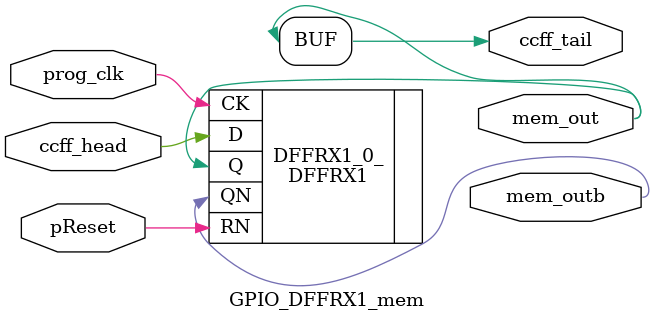
<source format=v>
`default_nettype none

module mux_tree_tapbuf_size4_mem(pReset,
                                 prog_clk,
                                 ccff_head,
                                 ccff_tail,
                                 mem_out,
                                 mem_outb);
//----- GLOBAL PORTS -----
input [0:0] pReset;
//----- GLOBAL PORTS -----
input [0:0] prog_clk;
//----- INPUT PORTS -----
input [0:0] ccff_head;
//----- OUTPUT PORTS -----
output [0:0] ccff_tail;
//----- OUTPUT PORTS -----
output [0:2] mem_out;
//----- OUTPUT PORTS -----
output [0:2] mem_outb;

//----- BEGIN wire-connection ports -----
//----- END wire-connection ports -----


//----- BEGIN Registered ports -----
//----- END Registered ports -----



// ----- BEGIN Local short connections -----
// ----- END Local short connections -----
// ----- BEGIN Local output short connections -----
	assign ccff_tail[0] = mem_out[2];
// ----- END Local output short connections -----

	DFFRX1 DFFRX1_0_ (
		.RN(pReset),
		.CK(prog_clk),
		.D(ccff_head),
		.Q(mem_out[0]),
		.QN(mem_outb[0]));

	DFFRX1 DFFRX1_1_ (
		.RN(pReset),
		.CK(prog_clk),
		.D(mem_out[0]),
		.Q(mem_out[1]),
		.QN(mem_outb[1]));

	DFFRX1 DFFRX1_2_ (
		.RN(pReset),
		.CK(prog_clk),
		.D(mem_out[1]),
		.Q(mem_out[2]),
		.QN(mem_outb[2]));

endmodule
// ----- END Verilog module for mux_tree_tapbuf_size4_mem -----

//----- Default net type -----
`default_nettype wire




//----- Default net type -----
`default_nettype none

// ----- Verilog module for mux_tree_tapbuf_size2_mem -----
module mux_tree_tapbuf_size2_mem(pReset,
                                 prog_clk,
                                 ccff_head,
                                 ccff_tail,
                                 mem_out,
                                 mem_outb);
//----- GLOBAL PORTS -----
input [0:0] pReset;
//----- GLOBAL PORTS -----
input [0:0] prog_clk;
//----- INPUT PORTS -----
input [0:0] ccff_head;
//----- OUTPUT PORTS -----
output [0:0] ccff_tail;
//----- OUTPUT PORTS -----
output [0:1] mem_out;
//----- OUTPUT PORTS -----
output [0:1] mem_outb;

//----- BEGIN wire-connection ports -----
//----- END wire-connection ports -----


//----- BEGIN Registered ports -----
//----- END Registered ports -----



// ----- BEGIN Local short connections -----
// ----- END Local short connections -----
// ----- BEGIN Local output short connections -----
	assign ccff_tail[0] = mem_out[1];
// ----- END Local output short connections -----

	DFFRX1 DFFRX1_0_ (
		.RN(pReset),
		.CK(prog_clk),
		.D(ccff_head),
		.Q(mem_out[0]),
		.QN(mem_outb[0]));

	DFFRX1 DFFRX1_1_ (
		.RN(pReset),
		.CK(prog_clk),
		.D(mem_out[0]),
		.Q(mem_out[1]),
		.QN(mem_outb[1]));

endmodule
// ----- END Verilog module for mux_tree_tapbuf_size2_mem -----

//----- Default net type -----
`default_nettype wire




//----- Default net type -----
`default_nettype none

// ----- Verilog module for mux_tree_tapbuf_size3_mem -----
module mux_tree_tapbuf_size3_mem(pReset,
                                 prog_clk,
                                 ccff_head,
                                 ccff_tail,
                                 mem_out,
                                 mem_outb);
//----- GLOBAL PORTS -----
input [0:0] pReset;
//----- GLOBAL PORTS -----
input [0:0] prog_clk;
//----- INPUT PORTS -----
input [0:0] ccff_head;
//----- OUTPUT PORTS -----
output [0:0] ccff_tail;
//----- OUTPUT PORTS -----
output [0:1] mem_out;
//----- OUTPUT PORTS -----
output [0:1] mem_outb;

//----- BEGIN wire-connection ports -----
//----- END wire-connection ports -----


//----- BEGIN Registered ports -----
//----- END Registered ports -----



// ----- BEGIN Local short connections -----
// ----- END Local short connections -----
// ----- BEGIN Local output short connections -----
	assign ccff_tail[0] = mem_out[1];
// ----- END Local output short connections -----

	DFFRX1 DFFRX1_0_ (
		.RN(pReset),
		.CK(prog_clk),
		.D(ccff_head),
		.Q(mem_out[0]),
		.QN(mem_outb[0]));

	DFFRX1 DFFRX1_1_ (
		.RN(pReset),
		.CK(prog_clk),
		.D(mem_out[0]),
		.Q(mem_out[1]),
		.QN(mem_outb[1]));

endmodule
// ----- END Verilog module for mux_tree_tapbuf_size3_mem -----

//----- Default net type -----
`default_nettype wire




//----- Default net type -----
`default_nettype none

// ----- Verilog module for mux_tree_size60_mem -----
module mux_tree_size60_mem(pReset,
                           prog_clk,
                           ccff_head,
                           ccff_tail,
                           mem_out,
                           mem_outb);
//----- GLOBAL PORTS -----
input [0:0] pReset;
//----- GLOBAL PORTS -----
input [0:0] prog_clk;
//----- INPUT PORTS -----
input [0:0] ccff_head;
//----- OUTPUT PORTS -----
output [0:0] ccff_tail;
//----- OUTPUT PORTS -----
output [0:5] mem_out;
//----- OUTPUT PORTS -----
output [0:5] mem_outb;

//----- BEGIN wire-connection ports -----
//----- END wire-connection ports -----


//----- BEGIN Registered ports -----
//----- END Registered ports -----



// ----- BEGIN Local short connections -----
// ----- END Local short connections -----
// ----- BEGIN Local output short connections -----
	assign ccff_tail[0] = mem_out[5];
// ----- END Local output short connections -----

	DFFRX1 DFFRX1_0_ (
		.RN(pReset),
		.CK(prog_clk),
		.D(ccff_head),
		.Q(mem_out[0]),
		.QN(mem_outb[0]));

	DFFRX1 DFFRX1_1_ (
		.RN(pReset),
		.CK(prog_clk),
		.D(mem_out[0]),
		.Q(mem_out[1]),
		.QN(mem_outb[1]));

	DFFRX1 DFFRX1_2_ (
		.RN(pReset),
		.CK(prog_clk),
		.D(mem_out[1]),
		.Q(mem_out[2]),
		.QN(mem_outb[2]));

	DFFRX1 DFFRX1_3_ (
		.RN(pReset),
		.CK(prog_clk),
		.D(mem_out[2]),
		.Q(mem_out[3]),
		.QN(mem_outb[3]));

	DFFRX1 DFFRX1_4_ (
		.RN(pReset),
		.CK(prog_clk),
		.D(mem_out[3]),
		.Q(mem_out[4]),
		.QN(mem_outb[4]));

	DFFRX1 DFFRX1_5_ (
		.RN(pReset),
		.CK(prog_clk),
		.D(mem_out[4]),
		.Q(mem_out[5]),
		.QN(mem_outb[5]));

endmodule
// ----- END Verilog module for mux_tree_size60_mem -----

//----- Default net type -----
`default_nettype wire




//----- Default net type -----
`default_nettype none

// ----- Verilog module for mux_tree_size2_mem -----
module mux_tree_size2_mem(pReset,
                          prog_clk,
                          ccff_head,
                          ccff_tail,
                          mem_out,
                          mem_outb);
//----- GLOBAL PORTS -----
input [0:0] pReset;
//----- GLOBAL PORTS -----
input [0:0] prog_clk;
//----- INPUT PORTS -----
input [0:0] ccff_head;
//----- OUTPUT PORTS -----
output [0:0] ccff_tail;
//----- OUTPUT PORTS -----
output [0:1] mem_out;
//----- OUTPUT PORTS -----
output [0:1] mem_outb;

//----- BEGIN wire-connection ports -----
//----- END wire-connection ports -----


//----- BEGIN Registered ports -----
//----- END Registered ports -----



// ----- BEGIN Local short connections -----
// ----- END Local short connections -----
// ----- BEGIN Local output short connections -----
	assign ccff_tail[0] = mem_out[1];
// ----- END Local output short connections -----

	DFFRX1 DFFRX1_0_ (
		.RN(pReset),
		.CK(prog_clk),
		.D(ccff_head),
		.Q(mem_out[0]),
		.QN(mem_outb[0]));

	DFFRX1 DFFRX1_1_ (
		.RN(pReset),
		.CK(prog_clk),
		.D(mem_out[0]),
		.Q(mem_out[1]),
		.QN(mem_outb[1]));

endmodule
// ----- END Verilog module for mux_tree_size2_mem -----

//----- Default net type -----
`default_nettype wire




//----- Default net type -----
`default_nettype none

// ----- Verilog module for frac_lut6_DFFRX1_mem -----
module frac_lut6_DFFRX1_mem(pReset,
                            prog_clk,
                            ccff_head,
                            ccff_tail,
                            mem_out,
                            mem_outb);
//----- GLOBAL PORTS -----
input [0:0] pReset;
//----- GLOBAL PORTS -----
input [0:0] prog_clk;
//----- INPUT PORTS -----
input [0:0] ccff_head;
//----- OUTPUT PORTS -----
output [0:0] ccff_tail;
//----- OUTPUT PORTS -----
output [0:64] mem_out;
//----- OUTPUT PORTS -----
output [0:64] mem_outb;

//----- BEGIN wire-connection ports -----
//----- END wire-connection ports -----


//----- BEGIN Registered ports -----
//----- END Registered ports -----



// ----- BEGIN Local short connections -----
// ----- END Local short connections -----
// ----- BEGIN Local output short connections -----
	assign ccff_tail[0] = mem_out[64];
// ----- END Local output short connections -----

	DFFRX1 DFFRX1_0_ (
		.RN(pReset),
		.CK(prog_clk),
		.D(ccff_head),
		.Q(mem_out[0]),
		.QN(mem_outb[0]));

	DFFRX1 DFFRX1_1_ (
		.RN(pReset),
		.CK(prog_clk),
		.D(mem_out[0]),
		.Q(mem_out[1]),
		.QN(mem_outb[1]));

	DFFRX1 DFFRX1_2_ (
		.RN(pReset),
		.CK(prog_clk),
		.D(mem_out[1]),
		.Q(mem_out[2]),
		.QN(mem_outb[2]));

	DFFRX1 DFFRX1_3_ (
		.RN(pReset),
		.CK(prog_clk),
		.D(mem_out[2]),
		.Q(mem_out[3]),
		.QN(mem_outb[3]));

	DFFRX1 DFFRX1_4_ (
		.RN(pReset),
		.CK(prog_clk),
		.D(mem_out[3]),
		.Q(mem_out[4]),
		.QN(mem_outb[4]));

	DFFRX1 DFFRX1_5_ (
		.RN(pReset),
		.CK(prog_clk),
		.D(mem_out[4]),
		.Q(mem_out[5]),
		.QN(mem_outb[5]));

	DFFRX1 DFFRX1_6_ (
		.RN(pReset),
		.CK(prog_clk),
		.D(mem_out[5]),
		.Q(mem_out[6]),
		.QN(mem_outb[6]));

	DFFRX1 DFFRX1_7_ (
		.RN(pReset),
		.CK(prog_clk),
		.D(mem_out[6]),
		.Q(mem_out[7]),
		.QN(mem_outb[7]));

	DFFRX1 DFFRX1_8_ (
		.RN(pReset),
		.CK(prog_clk),
		.D(mem_out[7]),
		.Q(mem_out[8]),
		.QN(mem_outb[8]));

	DFFRX1 DFFRX1_9_ (
		.RN(pReset),
		.CK(prog_clk),
		.D(mem_out[8]),
		.Q(mem_out[9]),
		.QN(mem_outb[9]));

	DFFRX1 DFFRX1_10_ (
		.RN(pReset),
		.CK(prog_clk),
		.D(mem_out[9]),
		.Q(mem_out[10]),
		.QN(mem_outb[10]));

	DFFRX1 DFFRX1_11_ (
		.RN(pReset),
		.CK(prog_clk),
		.D(mem_out[10]),
		.Q(mem_out[11]),
		.QN(mem_outb[11]));

	DFFRX1 DFFRX1_12_ (
		.RN(pReset),
		.CK(prog_clk),
		.D(mem_out[11]),
		.Q(mem_out[12]),
		.QN(mem_outb[12]));

	DFFRX1 DFFRX1_13_ (
		.RN(pReset),
		.CK(prog_clk),
		.D(mem_out[12]),
		.Q(mem_out[13]),
		.QN(mem_outb[13]));

	DFFRX1 DFFRX1_14_ (
		.RN(pReset),
		.CK(prog_clk),
		.D(mem_out[13]),
		.Q(mem_out[14]),
		.QN(mem_outb[14]));

	DFFRX1 DFFRX1_15_ (
		.RN(pReset),
		.CK(prog_clk),
		.D(mem_out[14]),
		.Q(mem_out[15]),
		.QN(mem_outb[15]));

	DFFRX1 DFFRX1_16_ (
		.RN(pReset),
		.CK(prog_clk),
		.D(mem_out[15]),
		.Q(mem_out[16]),
		.QN(mem_outb[16]));

	DFFRX1 DFFRX1_17_ (
		.RN(pReset),
		.CK(prog_clk),
		.D(mem_out[16]),
		.Q(mem_out[17]),
		.QN(mem_outb[17]));

	DFFRX1 DFFRX1_18_ (
		.RN(pReset),
		.CK(prog_clk),
		.D(mem_out[17]),
		.Q(mem_out[18]),
		.QN(mem_outb[18]));

	DFFRX1 DFFRX1_19_ (
		.RN(pReset),
		.CK(prog_clk),
		.D(mem_out[18]),
		.Q(mem_out[19]),
		.QN(mem_outb[19]));

	DFFRX1 DFFRX1_20_ (
		.RN(pReset),
		.CK(prog_clk),
		.D(mem_out[19]),
		.Q(mem_out[20]),
		.QN(mem_outb[20]));

	DFFRX1 DFFRX1_21_ (
		.RN(pReset),
		.CK(prog_clk),
		.D(mem_out[20]),
		.Q(mem_out[21]),
		.QN(mem_outb[21]));

	DFFRX1 DFFRX1_22_ (
		.RN(pReset),
		.CK(prog_clk),
		.D(mem_out[21]),
		.Q(mem_out[22]),
		.QN(mem_outb[22]));

	DFFRX1 DFFRX1_23_ (
		.RN(pReset),
		.CK(prog_clk),
		.D(mem_out[22]),
		.Q(mem_out[23]),
		.QN(mem_outb[23]));

	DFFRX1 DFFRX1_24_ (
		.RN(pReset),
		.CK(prog_clk),
		.D(mem_out[23]),
		.Q(mem_out[24]),
		.QN(mem_outb[24]));

	DFFRX1 DFFRX1_25_ (
		.RN(pReset),
		.CK(prog_clk),
		.D(mem_out[24]),
		.Q(mem_out[25]),
		.QN(mem_outb[25]));

	DFFRX1 DFFRX1_26_ (
		.RN(pReset),
		.CK(prog_clk),
		.D(mem_out[25]),
		.Q(mem_out[26]),
		.QN(mem_outb[26]));

	DFFRX1 DFFRX1_27_ (
		.RN(pReset),
		.CK(prog_clk),
		.D(mem_out[26]),
		.Q(mem_out[27]),
		.QN(mem_outb[27]));

	DFFRX1 DFFRX1_28_ (
		.RN(pReset),
		.CK(prog_clk),
		.D(mem_out[27]),
		.Q(mem_out[28]),
		.QN(mem_outb[28]));

	DFFRX1 DFFRX1_29_ (
		.RN(pReset),
		.CK(prog_clk),
		.D(mem_out[28]),
		.Q(mem_out[29]),
		.QN(mem_outb[29]));

	DFFRX1 DFFRX1_30_ (
		.RN(pReset),
		.CK(prog_clk),
		.D(mem_out[29]),
		.Q(mem_out[30]),
		.QN(mem_outb[30]));

	DFFRX1 DFFRX1_31_ (
		.RN(pReset),
		.CK(prog_clk),
		.D(mem_out[30]),
		.Q(mem_out[31]),
		.QN(mem_outb[31]));

	DFFRX1 DFFRX1_32_ (
		.RN(pReset),
		.CK(prog_clk),
		.D(mem_out[31]),
		.Q(mem_out[32]),
		.QN(mem_outb[32]));

	DFFRX1 DFFRX1_33_ (
		.RN(pReset),
		.CK(prog_clk),
		.D(mem_out[32]),
		.Q(mem_out[33]),
		.QN(mem_outb[33]));

	DFFRX1 DFFRX1_34_ (
		.RN(pReset),
		.CK(prog_clk),
		.D(mem_out[33]),
		.Q(mem_out[34]),
		.QN(mem_outb[34]));

	DFFRX1 DFFRX1_35_ (
		.RN(pReset),
		.CK(prog_clk),
		.D(mem_out[34]),
		.Q(mem_out[35]),
		.QN(mem_outb[35]));

	DFFRX1 DFFRX1_36_ (
		.RN(pReset),
		.CK(prog_clk),
		.D(mem_out[35]),
		.Q(mem_out[36]),
		.QN(mem_outb[36]));

	DFFRX1 DFFRX1_37_ (
		.RN(pReset),
		.CK(prog_clk),
		.D(mem_out[36]),
		.Q(mem_out[37]),
		.QN(mem_outb[37]));

	DFFRX1 DFFRX1_38_ (
		.RN(pReset),
		.CK(prog_clk),
		.D(mem_out[37]),
		.Q(mem_out[38]),
		.QN(mem_outb[38]));

	DFFRX1 DFFRX1_39_ (
		.RN(pReset),
		.CK(prog_clk),
		.D(mem_out[38]),
		.Q(mem_out[39]),
		.QN(mem_outb[39]));

	DFFRX1 DFFRX1_40_ (
		.RN(pReset),
		.CK(prog_clk),
		.D(mem_out[39]),
		.Q(mem_out[40]),
		.QN(mem_outb[40]));

	DFFRX1 DFFRX1_41_ (
		.RN(pReset),
		.CK(prog_clk),
		.D(mem_out[40]),
		.Q(mem_out[41]),
		.QN(mem_outb[41]));

	DFFRX1 DFFRX1_42_ (
		.RN(pReset),
		.CK(prog_clk),
		.D(mem_out[41]),
		.Q(mem_out[42]),
		.QN(mem_outb[42]));

	DFFRX1 DFFRX1_43_ (
		.RN(pReset),
		.CK(prog_clk),
		.D(mem_out[42]),
		.Q(mem_out[43]),
		.QN(mem_outb[43]));

	DFFRX1 DFFRX1_44_ (
		.RN(pReset),
		.CK(prog_clk),
		.D(mem_out[43]),
		.Q(mem_out[44]),
		.QN(mem_outb[44]));

	DFFRX1 DFFRX1_45_ (
		.RN(pReset),
		.CK(prog_clk),
		.D(mem_out[44]),
		.Q(mem_out[45]),
		.QN(mem_outb[45]));

	DFFRX1 DFFRX1_46_ (
		.RN(pReset),
		.CK(prog_clk),
		.D(mem_out[45]),
		.Q(mem_out[46]),
		.QN(mem_outb[46]));

	DFFRX1 DFFRX1_47_ (
		.RN(pReset),
		.CK(prog_clk),
		.D(mem_out[46]),
		.Q(mem_out[47]),
		.QN(mem_outb[47]));

	DFFRX1 DFFRX1_48_ (
		.RN(pReset),
		.CK(prog_clk),
		.D(mem_out[47]),
		.Q(mem_out[48]),
		.QN(mem_outb[48]));

	DFFRX1 DFFRX1_49_ (
		.RN(pReset),
		.CK(prog_clk),
		.D(mem_out[48]),
		.Q(mem_out[49]),
		.QN(mem_outb[49]));

	DFFRX1 DFFRX1_50_ (
		.RN(pReset),
		.CK(prog_clk),
		.D(mem_out[49]),
		.Q(mem_out[50]),
		.QN(mem_outb[50]));

	DFFRX1 DFFRX1_51_ (
		.RN(pReset),
		.CK(prog_clk),
		.D(mem_out[50]),
		.Q(mem_out[51]),
		.QN(mem_outb[51]));

	DFFRX1 DFFRX1_52_ (
		.RN(pReset),
		.CK(prog_clk),
		.D(mem_out[51]),
		.Q(mem_out[52]),
		.QN(mem_outb[52]));

	DFFRX1 DFFRX1_53_ (
		.RN(pReset),
		.CK(prog_clk),
		.D(mem_out[52]),
		.Q(mem_out[53]),
		.QN(mem_outb[53]));

	DFFRX1 DFFRX1_54_ (
		.RN(pReset),
		.CK(prog_clk),
		.D(mem_out[53]),
		.Q(mem_out[54]),
		.QN(mem_outb[54]));

	DFFRX1 DFFRX1_55_ (
		.RN(pReset),
		.CK(prog_clk),
		.D(mem_out[54]),
		.Q(mem_out[55]),
		.QN(mem_outb[55]));

	DFFRX1 DFFRX1_56_ (
		.RN(pReset),
		.CK(prog_clk),
		.D(mem_out[55]),
		.Q(mem_out[56]),
		.QN(mem_outb[56]));

	DFFRX1 DFFRX1_57_ (
		.RN(pReset),
		.CK(prog_clk),
		.D(mem_out[56]),
		.Q(mem_out[57]),
		.QN(mem_outb[57]));

	DFFRX1 DFFRX1_58_ (
		.RN(pReset),
		.CK(prog_clk),
		.D(mem_out[57]),
		.Q(mem_out[58]),
		.QN(mem_outb[58]));

	DFFRX1 DFFRX1_59_ (
		.RN(pReset),
		.CK(prog_clk),
		.D(mem_out[58]),
		.Q(mem_out[59]),
		.QN(mem_outb[59]));

	DFFRX1 DFFRX1_60_ (
		.RN(pReset),
		.CK(prog_clk),
		.D(mem_out[59]),
		.Q(mem_out[60]),
		.QN(mem_outb[60]));

	DFFRX1 DFFRX1_61_ (
		.RN(pReset),
		.CK(prog_clk),
		.D(mem_out[60]),
		.Q(mem_out[61]),
		.QN(mem_outb[61]));

	DFFRX1 DFFRX1_62_ (
		.RN(pReset),
		.CK(prog_clk),
		.D(mem_out[61]),
		.Q(mem_out[62]),
		.QN(mem_outb[62]));

	DFFRX1 DFFRX1_63_ (
		.RN(pReset),
		.CK(prog_clk),
		.D(mem_out[62]),
		.Q(mem_out[63]),
		.QN(mem_outb[63]));

	DFFRX1 DFFRX1_64_ (
		.RN(pReset),
		.CK(prog_clk),
		.D(mem_out[63]),
		.Q(mem_out[64]),
		.QN(mem_outb[64]));

endmodule
// ----- END Verilog module for frac_lut6_DFFRX1_mem -----

//----- Default net type -----
`default_nettype wire




//----- Default net type -----
`default_nettype none

// ----- Verilog module for GPIO_DFFRX1_mem -----
module GPIO_DFFRX1_mem(pReset,
                       prog_clk,
                       ccff_head,
                       ccff_tail,
                       mem_out,
                       mem_outb);
//----- GLOBAL PORTS -----
input [0:0] pReset;
//----- GLOBAL PORTS -----
input [0:0] prog_clk;
//----- INPUT PORTS -----
input [0:0] ccff_head;
//----- OUTPUT PORTS -----
output [0:0] ccff_tail;
//----- OUTPUT PORTS -----
output [0:0] mem_out;
//----- OUTPUT PORTS -----
output [0:0] mem_outb;

//----- BEGIN wire-connection ports -----
//----- END wire-connection ports -----


//----- BEGIN Registered ports -----
//----- END Registered ports -----



// ----- BEGIN Local short connections -----
// ----- END Local short connections -----
// ----- BEGIN Local output short connections -----
	assign ccff_tail[0] = mem_out[0];
// ----- END Local output short connections -----

	DFFRX1 DFFRX1_0_ (
		.RN(pReset),
		.CK(prog_clk),
		.D(ccff_head),
		.Q(mem_out),
		.QN(mem_outb));

endmodule
// ----- END Verilog module for GPIO_DFFRX1_mem -----

//----- Default net type -----
`default_nettype wire





</source>
